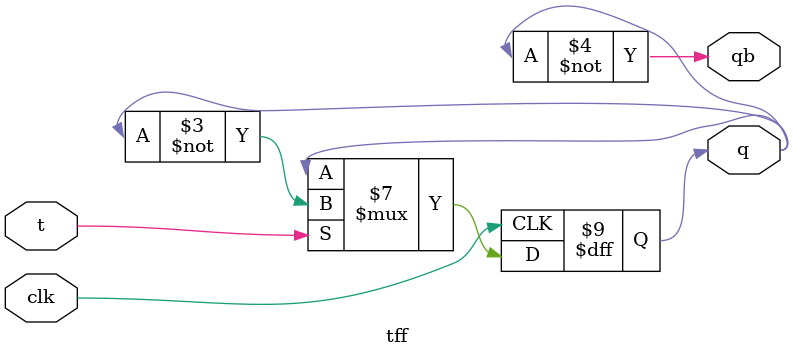
<source format=v>
module tff(t,q,qb,clk);
  input t,clk;
  output q,qb;
  reg q,qb;
  initial q=0;
always@(posedge clk)begin
    if(t==1)
      q=~q;
    else
      q=q;
    end
    assign
      qb=~q;
endmodule   

</source>
